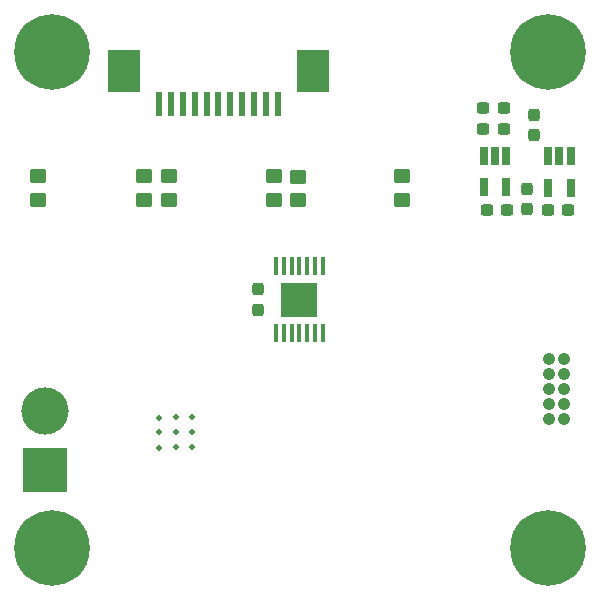
<source format=gbs>
%TF.GenerationSoftware,KiCad,Pcbnew,8.0.4-8.0.4-0~ubuntu22.04.1*%
%TF.CreationDate,2024-08-14T23:11:35+09:00*%
%TF.ProjectId,motor_driver,6d6f746f-725f-4647-9269-7665722e6b69,rev?*%
%TF.SameCoordinates,Original*%
%TF.FileFunction,Soldermask,Bot*%
%TF.FilePolarity,Negative*%
%FSLAX46Y46*%
G04 Gerber Fmt 4.6, Leading zero omitted, Abs format (unit mm)*
G04 Created by KiCad (PCBNEW 8.0.4-8.0.4-0~ubuntu22.04.1) date 2024-08-14 23:11:35*
%MOMM*%
%LPD*%
G01*
G04 APERTURE LIST*
G04 Aperture macros list*
%AMRoundRect*
0 Rectangle with rounded corners*
0 $1 Rounding radius*
0 $2 $3 $4 $5 $6 $7 $8 $9 X,Y pos of 4 corners*
0 Add a 4 corners polygon primitive as box body*
4,1,4,$2,$3,$4,$5,$6,$7,$8,$9,$2,$3,0*
0 Add four circle primitives for the rounded corners*
1,1,$1+$1,$2,$3*
1,1,$1+$1,$4,$5*
1,1,$1+$1,$6,$7*
1,1,$1+$1,$8,$9*
0 Add four rect primitives between the rounded corners*
20,1,$1+$1,$2,$3,$4,$5,0*
20,1,$1+$1,$4,$5,$6,$7,0*
20,1,$1+$1,$6,$7,$8,$9,0*
20,1,$1+$1,$8,$9,$2,$3,0*%
G04 Aperture macros list end*
%ADD10C,3.600000*%
%ADD11C,6.400000*%
%ADD12R,3.800000X3.800000*%
%ADD13C,4.000000*%
%ADD14C,1.070000*%
%ADD15C,0.508000*%
%ADD16RoundRect,0.250000X0.450000X-0.350000X0.450000X0.350000X-0.450000X0.350000X-0.450000X-0.350000X0*%
%ADD17RoundRect,0.237500X0.237500X-0.300000X0.237500X0.300000X-0.237500X0.300000X-0.237500X-0.300000X0*%
%ADD18RoundRect,0.237500X-0.300000X-0.237500X0.300000X-0.237500X0.300000X0.237500X-0.300000X0.237500X0*%
%ADD19RoundRect,0.250000X-0.450000X0.350000X-0.450000X-0.350000X0.450000X-0.350000X0.450000X0.350000X0*%
%ADD20R,0.610000X2.000000*%
%ADD21R,2.680000X3.600000*%
%ADD22R,3.100000X3.000000*%
%ADD23RoundRect,0.100000X-0.100000X0.687500X-0.100000X-0.687500X0.100000X-0.687500X0.100000X0.687500X0*%
%ADD24RoundRect,0.237500X-0.237500X0.300000X-0.237500X-0.300000X0.237500X-0.300000X0.237500X0.300000X0*%
%ADD25R,0.650000X1.560000*%
G04 APERTURE END LIST*
D10*
%TO.C,H1*%
X94524000Y-79310400D03*
D11*
X94524000Y-79310400D03*
%TD*%
D12*
%TO.C,J1*%
X93960000Y-114740000D03*
D13*
X93960000Y-109740000D03*
%TD*%
D10*
%TO.C,H3*%
X136524000Y-79310400D03*
D11*
X136524000Y-79310400D03*
%TD*%
D14*
%TO.C,J3*%
X136620000Y-105320000D03*
X137890000Y-105320000D03*
X136620000Y-106590000D03*
X137890000Y-106590000D03*
X136620000Y-107860000D03*
X137890000Y-107860000D03*
X136620000Y-109130000D03*
X137890000Y-109130000D03*
X136620000Y-110400000D03*
X137890000Y-110400000D03*
%TD*%
D10*
%TO.C,H4*%
X136524000Y-121310400D03*
D11*
X136524000Y-121310400D03*
%TD*%
D10*
%TO.C,H2*%
X94524000Y-121310400D03*
D11*
X94524000Y-121310400D03*
%TD*%
D15*
%TO.C,U1*%
X106400000Y-110245000D03*
X104975000Y-110255000D03*
X103575000Y-110270000D03*
X106400000Y-111520000D03*
X103575000Y-111520000D03*
X104975000Y-111525000D03*
X106400000Y-112795000D03*
X104975000Y-112795000D03*
X103575000Y-112820000D03*
%TD*%
D16*
%TO.C,R1*%
X115306400Y-91866400D03*
X115306400Y-89866400D03*
%TD*%
D17*
%TO.C,C15*%
X135295600Y-86388100D03*
X135295600Y-84663100D03*
%TD*%
D18*
%TO.C,C14*%
X131029500Y-85830400D03*
X132754500Y-85830400D03*
%TD*%
D19*
%TO.C,R9*%
X102345200Y-89837600D03*
X102345200Y-91837600D03*
%TD*%
D18*
%TO.C,C17*%
X131334300Y-92688400D03*
X133059300Y-92688400D03*
%TD*%
D16*
%TO.C,R2*%
X104423800Y-91840600D03*
X104423800Y-89840600D03*
%TD*%
%TO.C,R3*%
X93309600Y-91836420D03*
X93309600Y-89836420D03*
%TD*%
D20*
%TO.C,J2*%
X103610400Y-83753600D03*
X104610400Y-83753600D03*
X105610400Y-83753600D03*
X106610400Y-83753600D03*
X107610400Y-83753600D03*
X108610400Y-83753600D03*
X109610400Y-83753600D03*
X110610400Y-83753600D03*
X111610400Y-83753600D03*
X112610400Y-83753600D03*
X113610400Y-83753600D03*
D21*
X100620400Y-80953600D03*
X116600400Y-80953600D03*
%TD*%
D19*
%TO.C,R7*%
X124122100Y-89851200D03*
X124122100Y-91851200D03*
%TD*%
D22*
%TO.C,U2*%
X115468400Y-100279200D03*
D23*
X113518400Y-97416700D03*
X114168400Y-97416700D03*
X114818400Y-97416700D03*
X115468400Y-97416700D03*
X116118400Y-97416700D03*
X116768400Y-97416700D03*
X117418400Y-97416700D03*
X117418400Y-103141700D03*
X116768400Y-103141700D03*
X116118400Y-103141700D03*
X115468400Y-103141700D03*
X114818400Y-103141700D03*
X114168400Y-103141700D03*
X113518400Y-103141700D03*
%TD*%
D24*
%TO.C,C16*%
X134736800Y-90911500D03*
X134736800Y-92636500D03*
%TD*%
D25*
%TO.C,U3*%
X136530000Y-88138000D03*
X137480000Y-88138000D03*
X138430000Y-88138000D03*
X138430000Y-90838000D03*
X136530000Y-90838000D03*
%TD*%
D19*
%TO.C,R8*%
X113313800Y-89840600D03*
X113313800Y-91840600D03*
%TD*%
D25*
%TO.C,U4*%
X131094400Y-88087200D03*
X132044400Y-88087200D03*
X132994400Y-88087200D03*
X132994400Y-90787200D03*
X131094400Y-90787200D03*
%TD*%
D18*
%TO.C,C18*%
X136515900Y-92739200D03*
X138240900Y-92739200D03*
%TD*%
D24*
%TO.C,C5*%
X111930000Y-99405000D03*
X111930000Y-101130000D03*
%TD*%
D18*
%TO.C,C13*%
X131043600Y-84095600D03*
X132768600Y-84095600D03*
%TD*%
M02*

</source>
